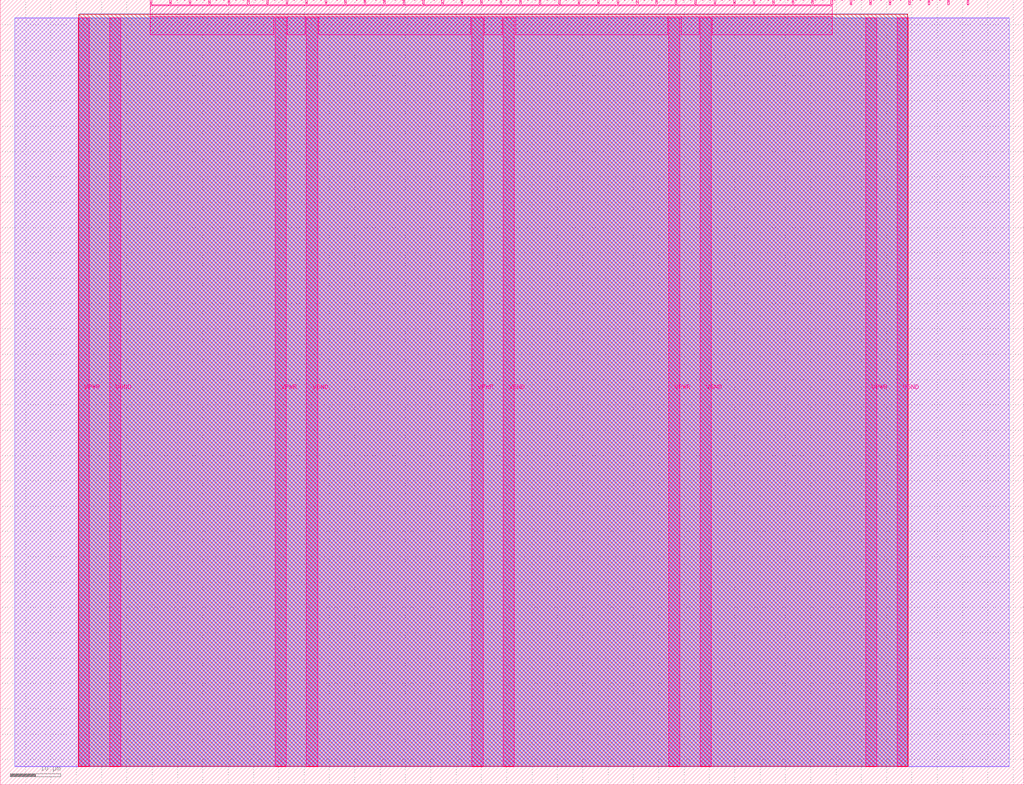
<source format=lef>
VERSION 5.7 ;
  NOWIREEXTENSIONATPIN ON ;
  DIVIDERCHAR "/" ;
  BUSBITCHARS "[]" ;
MACRO tt_um_wokwi_434917419779963905
  CLASS BLOCK ;
  FOREIGN tt_um_wokwi_434917419779963905 ;
  ORIGIN 0.000 0.000 ;
  SIZE 202.080 BY 154.980 ;
  PIN VGND
    DIRECTION INOUT ;
    USE GROUND ;
    PORT
      LAYER Metal5 ;
        RECT 21.580 3.560 23.780 151.420 ;
    END
    PORT
      LAYER Metal5 ;
        RECT 60.450 3.560 62.650 151.420 ;
    END
    PORT
      LAYER Metal5 ;
        RECT 99.320 3.560 101.520 151.420 ;
    END
    PORT
      LAYER Metal5 ;
        RECT 138.190 3.560 140.390 151.420 ;
    END
    PORT
      LAYER Metal5 ;
        RECT 177.060 3.560 179.260 151.420 ;
    END
  END VGND
  PIN VPWR
    DIRECTION INOUT ;
    USE POWER ;
    PORT
      LAYER Metal5 ;
        RECT 15.380 3.560 17.580 151.420 ;
    END
    PORT
      LAYER Metal5 ;
        RECT 54.250 3.560 56.450 151.420 ;
    END
    PORT
      LAYER Metal5 ;
        RECT 93.120 3.560 95.320 151.420 ;
    END
    PORT
      LAYER Metal5 ;
        RECT 131.990 3.560 134.190 151.420 ;
    END
    PORT
      LAYER Metal5 ;
        RECT 170.860 3.560 173.060 151.420 ;
    END
  END VPWR
  PIN clk
    DIRECTION INPUT ;
    USE SIGNAL ;
    PORT
      LAYER Metal5 ;
        RECT 187.050 153.980 187.350 154.980 ;
    END
  END clk
  PIN ena
    DIRECTION INPUT ;
    USE SIGNAL ;
    PORT
      LAYER Metal5 ;
        RECT 190.890 153.980 191.190 154.980 ;
    END
  END ena
  PIN rst_n
    DIRECTION INPUT ;
    USE SIGNAL ;
    PORT
      LAYER Metal5 ;
        RECT 183.210 153.980 183.510 154.980 ;
    END
  END rst_n
  PIN ui_in[0]
    DIRECTION INPUT ;
    USE SIGNAL ;
    PORT
      LAYER Metal5 ;
        RECT 179.370 153.980 179.670 154.980 ;
    END
  END ui_in[0]
  PIN ui_in[1]
    DIRECTION INPUT ;
    USE SIGNAL ;
    PORT
      LAYER Metal5 ;
        RECT 175.530 153.980 175.830 154.980 ;
    END
  END ui_in[1]
  PIN ui_in[2]
    DIRECTION INPUT ;
    USE SIGNAL ;
    PORT
      LAYER Metal5 ;
        RECT 171.690 153.980 171.990 154.980 ;
    END
  END ui_in[2]
  PIN ui_in[3]
    DIRECTION INPUT ;
    USE SIGNAL ;
    PORT
      LAYER Metal5 ;
        RECT 167.850 153.980 168.150 154.980 ;
    END
  END ui_in[3]
  PIN ui_in[4]
    DIRECTION INPUT ;
    USE SIGNAL ;
    ANTENNAGATEAREA 0.180700 ;
    PORT
      LAYER Metal5 ;
        RECT 164.010 153.980 164.310 154.980 ;
    END
  END ui_in[4]
  PIN ui_in[5]
    DIRECTION INPUT ;
    USE SIGNAL ;
    ANTENNAGATEAREA 0.180700 ;
    PORT
      LAYER Metal5 ;
        RECT 160.170 153.980 160.470 154.980 ;
    END
  END ui_in[5]
  PIN ui_in[6]
    DIRECTION INPUT ;
    USE SIGNAL ;
    ANTENNAGATEAREA 0.180700 ;
    PORT
      LAYER Metal5 ;
        RECT 156.330 153.980 156.630 154.980 ;
    END
  END ui_in[6]
  PIN ui_in[7]
    DIRECTION INPUT ;
    USE SIGNAL ;
    ANTENNAGATEAREA 0.180700 ;
    PORT
      LAYER Metal5 ;
        RECT 152.490 153.980 152.790 154.980 ;
    END
  END ui_in[7]
  PIN uio_in[0]
    DIRECTION INPUT ;
    USE SIGNAL ;
    PORT
      LAYER Metal5 ;
        RECT 148.650 153.980 148.950 154.980 ;
    END
  END uio_in[0]
  PIN uio_in[1]
    DIRECTION INPUT ;
    USE SIGNAL ;
    PORT
      LAYER Metal5 ;
        RECT 144.810 153.980 145.110 154.980 ;
    END
  END uio_in[1]
  PIN uio_in[2]
    DIRECTION INPUT ;
    USE SIGNAL ;
    PORT
      LAYER Metal5 ;
        RECT 140.970 153.980 141.270 154.980 ;
    END
  END uio_in[2]
  PIN uio_in[3]
    DIRECTION INPUT ;
    USE SIGNAL ;
    PORT
      LAYER Metal5 ;
        RECT 137.130 153.980 137.430 154.980 ;
    END
  END uio_in[3]
  PIN uio_in[4]
    DIRECTION INPUT ;
    USE SIGNAL ;
    PORT
      LAYER Metal5 ;
        RECT 133.290 153.980 133.590 154.980 ;
    END
  END uio_in[4]
  PIN uio_in[5]
    DIRECTION INPUT ;
    USE SIGNAL ;
    PORT
      LAYER Metal5 ;
        RECT 129.450 153.980 129.750 154.980 ;
    END
  END uio_in[5]
  PIN uio_in[6]
    DIRECTION INPUT ;
    USE SIGNAL ;
    PORT
      LAYER Metal5 ;
        RECT 125.610 153.980 125.910 154.980 ;
    END
  END uio_in[6]
  PIN uio_in[7]
    DIRECTION INPUT ;
    USE SIGNAL ;
    PORT
      LAYER Metal5 ;
        RECT 121.770 153.980 122.070 154.980 ;
    END
  END uio_in[7]
  PIN uio_oe[0]
    DIRECTION OUTPUT ;
    USE SIGNAL ;
    ANTENNADIFFAREA 0.299200 ;
    PORT
      LAYER Metal5 ;
        RECT 56.490 153.980 56.790 154.980 ;
    END
  END uio_oe[0]
  PIN uio_oe[1]
    DIRECTION OUTPUT ;
    USE SIGNAL ;
    ANTENNADIFFAREA 0.299200 ;
    PORT
      LAYER Metal5 ;
        RECT 52.650 153.980 52.950 154.980 ;
    END
  END uio_oe[1]
  PIN uio_oe[2]
    DIRECTION OUTPUT ;
    USE SIGNAL ;
    ANTENNADIFFAREA 0.299200 ;
    PORT
      LAYER Metal5 ;
        RECT 48.810 153.980 49.110 154.980 ;
    END
  END uio_oe[2]
  PIN uio_oe[3]
    DIRECTION OUTPUT ;
    USE SIGNAL ;
    ANTENNADIFFAREA 0.299200 ;
    PORT
      LAYER Metal5 ;
        RECT 44.970 153.980 45.270 154.980 ;
    END
  END uio_oe[3]
  PIN uio_oe[4]
    DIRECTION OUTPUT ;
    USE SIGNAL ;
    ANTENNADIFFAREA 0.299200 ;
    PORT
      LAYER Metal5 ;
        RECT 41.130 153.980 41.430 154.980 ;
    END
  END uio_oe[4]
  PIN uio_oe[5]
    DIRECTION OUTPUT ;
    USE SIGNAL ;
    ANTENNADIFFAREA 0.299200 ;
    PORT
      LAYER Metal5 ;
        RECT 37.290 153.980 37.590 154.980 ;
    END
  END uio_oe[5]
  PIN uio_oe[6]
    DIRECTION OUTPUT ;
    USE SIGNAL ;
    ANTENNADIFFAREA 0.299200 ;
    PORT
      LAYER Metal5 ;
        RECT 33.450 153.980 33.750 154.980 ;
    END
  END uio_oe[6]
  PIN uio_oe[7]
    DIRECTION OUTPUT ;
    USE SIGNAL ;
    ANTENNADIFFAREA 0.299200 ;
    PORT
      LAYER Metal5 ;
        RECT 29.610 153.980 29.910 154.980 ;
    END
  END uio_oe[7]
  PIN uio_out[0]
    DIRECTION OUTPUT ;
    USE SIGNAL ;
    ANTENNADIFFAREA 0.299200 ;
    PORT
      LAYER Metal5 ;
        RECT 87.210 153.980 87.510 154.980 ;
    END
  END uio_out[0]
  PIN uio_out[1]
    DIRECTION OUTPUT ;
    USE SIGNAL ;
    ANTENNADIFFAREA 0.299200 ;
    PORT
      LAYER Metal5 ;
        RECT 83.370 153.980 83.670 154.980 ;
    END
  END uio_out[1]
  PIN uio_out[2]
    DIRECTION OUTPUT ;
    USE SIGNAL ;
    ANTENNADIFFAREA 0.299200 ;
    PORT
      LAYER Metal5 ;
        RECT 79.530 153.980 79.830 154.980 ;
    END
  END uio_out[2]
  PIN uio_out[3]
    DIRECTION OUTPUT ;
    USE SIGNAL ;
    ANTENNADIFFAREA 0.299200 ;
    PORT
      LAYER Metal5 ;
        RECT 75.690 153.980 75.990 154.980 ;
    END
  END uio_out[3]
  PIN uio_out[4]
    DIRECTION OUTPUT ;
    USE SIGNAL ;
    ANTENNADIFFAREA 0.299200 ;
    PORT
      LAYER Metal5 ;
        RECT 71.850 153.980 72.150 154.980 ;
    END
  END uio_out[4]
  PIN uio_out[5]
    DIRECTION OUTPUT ;
    USE SIGNAL ;
    ANTENNADIFFAREA 0.299200 ;
    PORT
      LAYER Metal5 ;
        RECT 68.010 153.980 68.310 154.980 ;
    END
  END uio_out[5]
  PIN uio_out[6]
    DIRECTION OUTPUT ;
    USE SIGNAL ;
    ANTENNADIFFAREA 0.299200 ;
    PORT
      LAYER Metal5 ;
        RECT 64.170 153.980 64.470 154.980 ;
    END
  END uio_out[6]
  PIN uio_out[7]
    DIRECTION OUTPUT ;
    USE SIGNAL ;
    ANTENNADIFFAREA 0.299200 ;
    PORT
      LAYER Metal5 ;
        RECT 60.330 153.980 60.630 154.980 ;
    END
  END uio_out[7]
  PIN uo_out[0]
    DIRECTION OUTPUT ;
    USE SIGNAL ;
    ANTENNADIFFAREA 0.299200 ;
    PORT
      LAYER Metal5 ;
        RECT 117.930 153.980 118.230 154.980 ;
    END
  END uo_out[0]
  PIN uo_out[1]
    DIRECTION OUTPUT ;
    USE SIGNAL ;
    ANTENNADIFFAREA 0.299200 ;
    PORT
      LAYER Metal5 ;
        RECT 114.090 153.980 114.390 154.980 ;
    END
  END uo_out[1]
  PIN uo_out[2]
    DIRECTION OUTPUT ;
    USE SIGNAL ;
    ANTENNADIFFAREA 0.299200 ;
    PORT
      LAYER Metal5 ;
        RECT 110.250 153.980 110.550 154.980 ;
    END
  END uo_out[2]
  PIN uo_out[3]
    DIRECTION OUTPUT ;
    USE SIGNAL ;
    ANTENNADIFFAREA 0.299200 ;
    PORT
      LAYER Metal5 ;
        RECT 106.410 153.980 106.710 154.980 ;
    END
  END uo_out[3]
  PIN uo_out[4]
    DIRECTION OUTPUT ;
    USE SIGNAL ;
    ANTENNADIFFAREA 0.654800 ;
    PORT
      LAYER Metal5 ;
        RECT 102.570 153.980 102.870 154.980 ;
    END
  END uo_out[4]
  PIN uo_out[5]
    DIRECTION OUTPUT ;
    USE SIGNAL ;
    ANTENNADIFFAREA 0.654800 ;
    PORT
      LAYER Metal5 ;
        RECT 98.730 153.980 99.030 154.980 ;
    END
  END uo_out[5]
  PIN uo_out[6]
    DIRECTION OUTPUT ;
    USE SIGNAL ;
    ANTENNADIFFAREA 0.654800 ;
    PORT
      LAYER Metal5 ;
        RECT 94.890 153.980 95.190 154.980 ;
    END
  END uo_out[6]
  PIN uo_out[7]
    DIRECTION OUTPUT ;
    USE SIGNAL ;
    ANTENNADIFFAREA 0.654800 ;
    PORT
      LAYER Metal5 ;
        RECT 91.050 153.980 91.350 154.980 ;
    END
  END uo_out[7]
  OBS
      LAYER GatPoly ;
        RECT 2.880 3.630 199.200 151.350 ;
      LAYER Metal1 ;
        RECT 2.880 3.560 199.200 151.420 ;
      LAYER Metal2 ;
        RECT 15.515 3.680 179.125 151.300 ;
      LAYER Metal3 ;
        RECT 15.560 3.635 179.080 152.185 ;
      LAYER Metal4 ;
        RECT 15.515 3.680 179.125 152.140 ;
      LAYER Metal5 ;
        RECT 30.120 153.770 33.240 153.980 ;
        RECT 33.960 153.770 37.080 153.980 ;
        RECT 37.800 153.770 40.920 153.980 ;
        RECT 41.640 153.770 44.760 153.980 ;
        RECT 45.480 153.770 48.600 153.980 ;
        RECT 49.320 153.770 52.440 153.980 ;
        RECT 53.160 153.770 56.280 153.980 ;
        RECT 57.000 153.770 60.120 153.980 ;
        RECT 60.840 153.770 63.960 153.980 ;
        RECT 64.680 153.770 67.800 153.980 ;
        RECT 68.520 153.770 71.640 153.980 ;
        RECT 72.360 153.770 75.480 153.980 ;
        RECT 76.200 153.770 79.320 153.980 ;
        RECT 80.040 153.770 83.160 153.980 ;
        RECT 83.880 153.770 87.000 153.980 ;
        RECT 87.720 153.770 90.840 153.980 ;
        RECT 91.560 153.770 94.680 153.980 ;
        RECT 95.400 153.770 98.520 153.980 ;
        RECT 99.240 153.770 102.360 153.980 ;
        RECT 103.080 153.770 106.200 153.980 ;
        RECT 106.920 153.770 110.040 153.980 ;
        RECT 110.760 153.770 113.880 153.980 ;
        RECT 114.600 153.770 117.720 153.980 ;
        RECT 118.440 153.770 121.560 153.980 ;
        RECT 122.280 153.770 125.400 153.980 ;
        RECT 126.120 153.770 129.240 153.980 ;
        RECT 129.960 153.770 133.080 153.980 ;
        RECT 133.800 153.770 136.920 153.980 ;
        RECT 137.640 153.770 140.760 153.980 ;
        RECT 141.480 153.770 144.600 153.980 ;
        RECT 145.320 153.770 148.440 153.980 ;
        RECT 149.160 153.770 152.280 153.980 ;
        RECT 153.000 153.770 156.120 153.980 ;
        RECT 156.840 153.770 159.960 153.980 ;
        RECT 160.680 153.770 163.800 153.980 ;
        RECT 29.660 151.630 164.260 153.770 ;
        RECT 29.660 148.115 54.040 151.630 ;
        RECT 56.660 148.115 60.240 151.630 ;
        RECT 62.860 148.115 92.910 151.630 ;
        RECT 95.530 148.115 99.110 151.630 ;
        RECT 101.730 148.115 131.780 151.630 ;
        RECT 134.400 148.115 137.980 151.630 ;
        RECT 140.600 148.115 164.260 151.630 ;
  END
END tt_um_wokwi_434917419779963905
END LIBRARY


</source>
